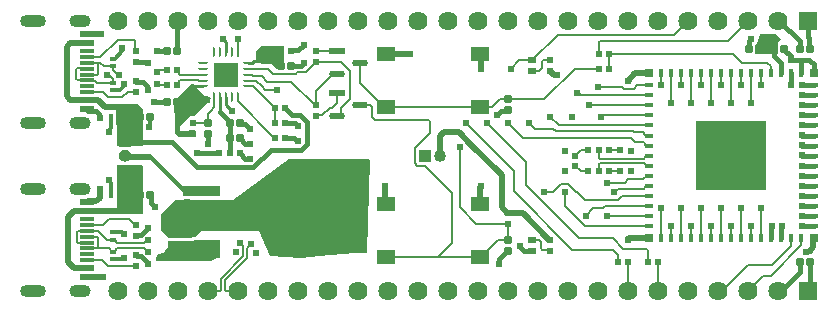
<source format=gtl>
G04*
G04 #@! TF.GenerationSoftware,Altium Limited,Altium Designer,24.5.2 (23)*
G04*
G04 Layer_Physical_Order=1*
G04 Layer_Color=255*
%FSLAX25Y25*%
%MOIN*%
G70*
G04*
G04 #@! TF.SameCoordinates,24FF50D2-DFE2-4597-A0F4-7CAA859AE4CF*
G04*
G04*
G04 #@! TF.FilePolarity,Positive*
G04*
G01*
G75*
%ADD11C,0.00600*%
G04:AMPARAMS|DCode=16|XSize=23.62mil|YSize=26.38mil|CornerRadius=2.95mil|HoleSize=0mil|Usage=FLASHONLY|Rotation=0.000|XOffset=0mil|YOffset=0mil|HoleType=Round|Shape=RoundedRectangle|*
%AMROUNDEDRECTD16*
21,1,0.02362,0.02047,0,0,0.0*
21,1,0.01772,0.02638,0,0,0.0*
1,1,0.00591,0.00886,-0.01024*
1,1,0.00591,-0.00886,-0.01024*
1,1,0.00591,-0.00886,0.01024*
1,1,0.00591,0.00886,0.01024*
%
%ADD16ROUNDEDRECTD16*%
%ADD17R,0.02362X0.02126*%
%ADD18R,0.02756X0.02362*%
%ADD19R,0.02126X0.02362*%
%ADD20R,0.04528X0.01181*%
%ADD21R,0.04528X0.02362*%
G04:AMPARAMS|DCode=22|XSize=23.62mil|YSize=26.38mil|CornerRadius=2.95mil|HoleSize=0mil|Usage=FLASHONLY|Rotation=270.000|XOffset=0mil|YOffset=0mil|HoleType=Round|Shape=RoundedRectangle|*
%AMROUNDEDRECTD22*
21,1,0.02362,0.02047,0,0,270.0*
21,1,0.01772,0.02638,0,0,270.0*
1,1,0.00591,-0.01024,-0.00886*
1,1,0.00591,-0.01024,0.00886*
1,1,0.00591,0.01024,0.00886*
1,1,0.00591,0.01024,-0.00886*
%
%ADD22ROUNDEDRECTD22*%
%ADD23R,0.05343X0.02253*%
G04:AMPARAMS|DCode=24|XSize=53.43mil|YSize=22.53mil|CornerRadius=11.26mil|HoleSize=0mil|Usage=FLASHONLY|Rotation=0.000|XOffset=0mil|YOffset=0mil|HoleType=Round|Shape=RoundedRectangle|*
%AMROUNDEDRECTD24*
21,1,0.05343,0.00000,0,0,0.0*
21,1,0.03091,0.02253,0,0,0.0*
1,1,0.02253,0.01545,0.00000*
1,1,0.02253,-0.01545,0.00000*
1,1,0.02253,-0.01545,0.00000*
1,1,0.02253,0.01545,0.00000*
%
%ADD24ROUNDEDRECTD24*%
%ADD25R,0.01378X0.02362*%
%ADD26R,0.02362X0.01378*%
G04:AMPARAMS|DCode=27|XSize=125.98mil|YSize=68.9mil|CornerRadius=2.07mil|HoleSize=0mil|Usage=FLASHONLY|Rotation=90.000|XOffset=0mil|YOffset=0mil|HoleType=Round|Shape=RoundedRectangle|*
%AMROUNDEDRECTD27*
21,1,0.12598,0.06476,0,0,90.0*
21,1,0.12185,0.06890,0,0,90.0*
1,1,0.00413,0.03238,0.06093*
1,1,0.00413,0.03238,-0.06093*
1,1,0.00413,-0.03238,-0.06093*
1,1,0.00413,-0.03238,0.06093*
%
%ADD27ROUNDEDRECTD27*%
G04:AMPARAMS|DCode=28|XSize=35.43mil|YSize=68.9mil|CornerRadius=1.95mil|HoleSize=0mil|Usage=FLASHONLY|Rotation=90.000|XOffset=0mil|YOffset=0mil|HoleType=Round|Shape=RoundedRectangle|*
%AMROUNDEDRECTD28*
21,1,0.03543,0.06500,0,0,90.0*
21,1,0.03154,0.06890,0,0,90.0*
1,1,0.00390,0.03250,0.01577*
1,1,0.00390,0.03250,-0.01577*
1,1,0.00390,-0.03250,-0.01577*
1,1,0.00390,-0.03250,0.01577*
%
%ADD28ROUNDEDRECTD28*%
G04:AMPARAMS|DCode=29|XSize=9.55mil|YSize=33.06mil|CornerRadius=4.77mil|HoleSize=0mil|Usage=FLASHONLY|Rotation=270.000|XOffset=0mil|YOffset=0mil|HoleType=Round|Shape=RoundedRectangle|*
%AMROUNDEDRECTD29*
21,1,0.00955,0.02351,0,0,270.0*
21,1,0.00000,0.03306,0,0,270.0*
1,1,0.00955,-0.01176,0.00000*
1,1,0.00955,-0.01176,0.00000*
1,1,0.00955,0.01176,0.00000*
1,1,0.00955,0.01176,0.00000*
%
%ADD29ROUNDEDRECTD29*%
G04:AMPARAMS|DCode=30|XSize=33.06mil|YSize=9.55mil|CornerRadius=4.77mil|HoleSize=0mil|Usage=FLASHONLY|Rotation=270.000|XOffset=0mil|YOffset=0mil|HoleType=Round|Shape=RoundedRectangle|*
%AMROUNDEDRECTD30*
21,1,0.03306,0.00000,0,0,270.0*
21,1,0.02351,0.00955,0,0,270.0*
1,1,0.00955,0.00000,-0.01176*
1,1,0.00955,0.00000,0.01176*
1,1,0.00955,0.00000,0.01176*
1,1,0.00955,0.00000,-0.01176*
%
%ADD30ROUNDEDRECTD30*%
%ADD31R,0.00955X0.03306*%
%ADD32R,0.06102X0.05118*%
%ADD33R,0.04724X0.04724*%
%ADD34R,0.03150X0.01575*%
%ADD35R,0.01575X0.03150*%
%ADD36R,0.03150X0.03150*%
%ADD46R,0.08071X0.08071*%
G04:AMPARAMS|DCode=51|XSize=39.37mil|YSize=70.87mil|CornerRadius=19.68mil|HoleSize=0mil|Usage=FLASHONLY|Rotation=270.000|XOffset=0mil|YOffset=0mil|HoleType=Round|Shape=RoundedRectangle|*
%AMROUNDEDRECTD51*
21,1,0.03937,0.03150,0,0,270.0*
21,1,0.00000,0.07087,0,0,270.0*
1,1,0.03937,-0.01575,0.00000*
1,1,0.03937,-0.01575,0.00000*
1,1,0.03937,0.01575,0.00000*
1,1,0.03937,0.01575,0.00000*
%
%ADD51ROUNDEDRECTD51*%
G04:AMPARAMS|DCode=52|XSize=39.37mil|YSize=86.61mil|CornerRadius=19.68mil|HoleSize=0mil|Usage=FLASHONLY|Rotation=270.000|XOffset=0mil|YOffset=0mil|HoleType=Round|Shape=RoundedRectangle|*
%AMROUNDEDRECTD52*
21,1,0.03937,0.04724,0,0,270.0*
21,1,0.00000,0.08661,0,0,270.0*
1,1,0.03937,-0.02362,0.00000*
1,1,0.03937,-0.02362,0.00000*
1,1,0.03937,0.02362,0.00000*
1,1,0.03937,0.02362,0.00000*
%
%ADD52ROUNDEDRECTD52*%
%ADD58R,0.01575X0.01575*%
%ADD59C,0.02000*%
%ADD60C,0.01500*%
%ADD61C,0.01001*%
%ADD62C,0.01200*%
%ADD63C,0.00603*%
%ADD64R,0.06400X0.06400*%
%ADD65C,0.06400*%
%ADD66C,0.04000*%
%ADD67R,0.04000X0.04000*%
%ADD68R,0.04000X0.04000*%
%ADD69C,0.02400*%
G36*
X256000Y89000D02*
X255000Y88000D01*
Y84000D01*
X247500D01*
X247500Y86800D01*
X247989Y87289D01*
X249207Y90500D01*
X254500D01*
X256000Y89000D01*
D02*
G37*
G36*
X83500Y86500D02*
X90400D01*
Y78800D01*
X88200D01*
X86100Y80900D01*
X81000D01*
Y85000D01*
X83000Y87000D01*
X83500Y86500D01*
D02*
G37*
G36*
X60500Y73400D02*
X63900Y70000D01*
X65076Y70000D01*
X65500Y69576D01*
Y69500D01*
X65965Y69035D01*
Y68965D01*
X65900Y68900D01*
Y67680D01*
X64867Y67473D01*
X60600Y63300D01*
X58800Y63300D01*
X58264Y62764D01*
X57819D01*
Y62319D01*
X55205Y59705D01*
X54576Y59924D01*
X53551Y68852D01*
X53951Y69300D01*
X54900D01*
X59400Y73800D01*
X60500Y73800D01*
X60500Y73400D01*
D02*
G37*
G36*
X56000Y58200D02*
X58500D01*
X58700Y58400D01*
X60776D01*
X61119Y57908D01*
X60600Y56500D01*
X55323Y56677D01*
X54900Y57100D01*
X54725Y58627D01*
X55297Y58903D01*
X56000Y58200D01*
D02*
G37*
G36*
X43300Y65700D02*
Y59938D01*
Y53300D01*
X35000D01*
X34850Y53650D01*
X34511Y66770D01*
X34930Y67200D01*
X41800D01*
X43300Y65700D01*
D02*
G37*
G36*
X251200Y38500D02*
X227800D01*
Y61700D01*
X251200D01*
Y38500D01*
D02*
G37*
G36*
X39500Y51000D02*
Y50500D01*
X46000D01*
X56700Y39800D01*
X69000D01*
Y36500D01*
X57000D01*
X56700Y36800D01*
Y37800D01*
X46000Y48500D01*
X39000D01*
X38350Y48150D01*
X36500D01*
X35500Y49000D01*
Y51000D01*
X36500Y52000D01*
X38500D01*
X39500Y51000D01*
D02*
G37*
G36*
X43400Y46600D02*
Y30900D01*
X43000Y30500D01*
X34600D01*
Y47000D01*
X43000D01*
X43400Y46600D01*
D02*
G37*
G36*
X118986Y48569D02*
X118000Y17500D01*
X114000D01*
X102000Y16500D01*
X96040Y15765D01*
X85814Y16500D01*
X82101Y25000D01*
X63000D01*
X60820Y22820D01*
X60300D01*
X59910Y22742D01*
X59579Y22521D01*
X59578Y22520D01*
X51980D01*
X49500Y25000D01*
Y30500D01*
X54100Y35100D01*
X73464D01*
X92099Y49000D01*
X118569D01*
X118986Y48569D01*
D02*
G37*
G36*
X69093Y16000D02*
X68000D01*
X66200Y15000D01*
X48250Y14805D01*
X47845Y15248D01*
X48000Y16800D01*
X50600Y18000D01*
X51000Y19000D01*
X51700Y19700D01*
Y21500D01*
X60000D01*
X60300Y21800D01*
X69093D01*
Y16000D01*
D02*
G37*
D11*
X92882Y74700D02*
X100882Y66701D01*
X84832Y74700D02*
X92882D01*
X83000Y76532D02*
X84832Y74700D01*
X253000Y13500D02*
X259520Y20020D01*
X245000Y13500D02*
X253000D01*
X259520Y20020D02*
Y22378D01*
X259583Y22441D01*
X238073Y6573D02*
X245000Y13500D01*
X236461Y5000D02*
X238035Y6573D01*
X235000Y5000D02*
X236461D01*
X238035Y6573D02*
X238073D01*
X250000Y10000D02*
X252682D01*
X262784Y20102D01*
Y22296D01*
X262929Y22441D01*
X245000Y5000D02*
X250000Y10000D01*
X200879Y38000D02*
X201780Y38901D01*
X210284D01*
X200500Y38000D02*
X200879D01*
X210284Y38901D02*
X210870Y39487D01*
Y39673D02*
X211157Y39961D01*
X210870Y39487D02*
Y39673D01*
X198000Y41000D02*
X204000D01*
X205248Y42248D02*
X210098D01*
X204000Y41000D02*
X205248Y42248D01*
X210098D02*
X210870Y43020D01*
X211658D02*
X211945Y43307D01*
X210870Y43020D02*
X211658D01*
X211157Y39961D02*
X211945D01*
X158000Y61000D02*
X171000Y48000D01*
Y40182D02*
Y48000D01*
X203500Y19000D02*
X211213D01*
X200000Y22500D02*
X203500Y19000D01*
X188682Y22500D02*
X200000D01*
X171000Y40182D02*
X188682Y22500D01*
X186566Y18500D02*
X200000D01*
X167000Y38066D02*
X186566Y18500D01*
X211213Y19000D02*
X211799Y18414D01*
Y14500D02*
Y18414D01*
X167000Y38066D02*
Y45000D01*
X151000Y61000D02*
X167000Y45000D01*
X200000Y18500D02*
X201799Y16701D01*
X134879Y46500D02*
X137500D01*
X146500Y21000D02*
Y37500D01*
X134000Y47379D02*
Y52621D01*
X137500Y46500D02*
X146500Y37500D01*
X134000Y47379D02*
X134879Y46500D01*
X141642Y16142D02*
X146500Y21000D01*
X141642Y16142D02*
X155650D01*
X124350D02*
X141642D01*
X134000Y52621D02*
X139000Y57621D01*
Y61414D01*
X138414Y62000D02*
X139000Y61414D01*
X120761Y62000D02*
X138414D01*
X119799Y62961D02*
X120761Y62000D01*
X115982Y66760D02*
X119213D01*
X115742Y67000D02*
X115982Y66760D01*
X119213D02*
X119799Y66175D01*
Y62961D02*
Y66175D01*
X82900Y76632D02*
X83000Y76532D01*
X80039Y76632D02*
X82900D01*
X79671Y77000D02*
X80039Y76632D01*
X78541Y77000D02*
X79671D01*
X83000Y78969D02*
X85031D01*
X78541D02*
X83000D01*
X85031D02*
X86819Y77181D01*
X94350D01*
X176586Y18582D02*
X178717D01*
X176000Y19168D02*
Y21284D01*
Y19168D02*
X176586Y18582D01*
X178717D02*
X179000Y18299D01*
X173197Y21870D02*
X175414D01*
X176000Y21284D01*
X251500Y81000D02*
X252674Y79826D01*
X240000Y84000D02*
X243000Y81000D01*
X251500D01*
X252674Y77775D02*
X252890Y77559D01*
X252674Y77775D02*
Y79826D01*
X74960Y88960D02*
X75000Y89000D01*
X74937Y84541D02*
X74960Y84564D01*
Y88960D01*
X83000Y84500D02*
X83268Y84768D01*
X85647D01*
X85879Y85000D01*
X89299D01*
X38269Y71299D02*
X41000D01*
X36501Y69532D02*
X38269Y71299D01*
X31698Y69532D02*
X36501D01*
X30127Y71102D02*
X31698Y69532D01*
X24764Y71102D02*
X30127D01*
X40882Y84819D02*
Y88114D01*
X34966Y88700D02*
X40296D01*
X40882Y84819D02*
X41000Y84701D01*
X40296Y88700D02*
X40882Y88114D01*
X29180Y82913D02*
X34966Y88700D01*
X24764Y82913D02*
X29180D01*
X181132Y58039D02*
X206789D01*
X207076Y57752D02*
X210098D01*
X210870Y56980D01*
X174000Y59000D02*
X180172D01*
X210870Y56980D02*
X211658D01*
X211945Y56693D01*
X172000Y61000D02*
X174000Y59000D01*
X206789Y58039D02*
X207076Y57752D01*
X180172Y59000D02*
X181132Y58039D01*
X211157Y53347D02*
X211945D01*
X210870Y53634D02*
Y53820D01*
X210284Y54405D02*
X210870Y53820D01*
X207594Y54405D02*
X210284D01*
X206000Y56000D02*
X207594Y54405D01*
X170000Y56000D02*
X206000D01*
X210870Y53634D02*
X211157Y53347D01*
X36032Y13299D02*
X41000D01*
X35985Y13252D02*
X36032Y13299D01*
X31698Y13252D02*
X35985D01*
X24764Y15118D02*
X29831D01*
X31698Y13252D01*
X38626Y28957D02*
X40882Y26701D01*
X32000Y28957D02*
X38626D01*
X31000Y27957D02*
X32000Y28957D01*
X29972Y26929D02*
X31000Y27957D01*
X40882Y26701D02*
X41000D01*
X24764Y26929D02*
X29972D01*
X149000Y32776D02*
X154477Y27299D01*
X149000Y32776D02*
Y53000D01*
X154477Y27299D02*
X165000D01*
Y21721D02*
Y27299D01*
X156142Y16142D02*
X161721Y21721D01*
X165000D01*
X155650Y16142D02*
X156142D01*
X187319Y79000D02*
X195299D01*
X165000Y68721D02*
X177040D01*
X187319Y79000D01*
X162291Y68721D02*
X165000D01*
X159713Y66142D02*
X162291Y68721D01*
X124350Y66142D02*
X159713D01*
X115742Y74258D02*
X123858Y66142D01*
X115742Y74258D02*
Y81000D01*
X123858Y66142D02*
X124350D01*
X108258Y67650D02*
Y70740D01*
X101197Y63496D02*
X103234D01*
X105624Y65887D02*
X106494D01*
X103234Y63496D02*
X105624Y65887D01*
X106494D02*
X108258Y67650D01*
X101000Y63299D02*
X101197Y63496D01*
X101000Y71547D02*
X106712Y77260D01*
X108258D01*
X101000Y66701D02*
Y71547D01*
X100882Y66701D02*
X101000D01*
X94350Y77181D02*
X94919Y77750D01*
X97686D01*
X83000Y73128D02*
X84128Y72000D01*
X81096Y75032D02*
X83000Y73128D01*
X84128Y72000D02*
X88000D01*
X78541Y75032D02*
X81096D01*
X108258Y63260D02*
X108744D01*
X109323Y63838D01*
Y65886D01*
X112429Y68993D02*
Y78348D01*
X109323Y65886D02*
X112429Y68993D01*
X109478Y81299D02*
X112429Y78348D01*
X101000Y81299D02*
X109478D01*
X97686Y77750D02*
X100319Y80382D01*
Y80736D02*
X100882Y81299D01*
X100319Y80382D02*
Y80736D01*
X100882Y81299D02*
X101000D01*
Y84701D02*
X101020Y84720D01*
X108238D01*
X108258Y84740D01*
X198701Y84000D02*
X240000D01*
X198701Y79000D02*
Y84000D01*
X195299Y87714D02*
X195885Y88300D01*
X238300D01*
X245000Y95000D01*
X195299Y84000D02*
Y87714D01*
X165000Y61000D02*
X170000Y56000D01*
X66000Y65000D02*
X67063Y66063D01*
X65000Y64000D02*
X66000Y65000D01*
X65000Y60720D02*
Y64000D01*
X67063Y66063D02*
Y69459D01*
X60010Y60711D02*
X64990D01*
X65000Y60720D01*
X60000Y60701D02*
X60010Y60711D01*
X74937Y68328D02*
Y69459D01*
X86584Y56681D02*
X86736D01*
X74937Y68328D02*
X86584Y56681D01*
X86736D02*
X87299Y56118D01*
Y56000D02*
Y56118D01*
X80236Y73063D02*
X83000Y70299D01*
X86618Y66681D01*
X86736D01*
X87299Y66000D02*
Y66118D01*
X78541Y73063D02*
X80236D01*
X86736Y66681D02*
X87299Y66118D01*
Y61000D02*
Y66118D01*
X215100Y5100D02*
Y14400D01*
X215000Y5000D02*
X215100Y5100D01*
Y14400D02*
X215201Y14500D01*
X205000Y5000D02*
X205100Y5100D01*
Y14400D02*
X205201Y14500D01*
X205100Y5100D02*
Y14400D01*
X201799Y14500D02*
Y16701D01*
X189300Y70079D02*
X211945D01*
X188379Y71000D02*
X189300Y70079D01*
X188000Y71000D02*
X188379D01*
X181961Y60039D02*
X211945D01*
X179000Y63000D02*
X181961Y60039D01*
X196000Y63000D02*
X196386Y63386D01*
X211945D01*
X192000Y67000D02*
X192268Y66732D01*
X211945D01*
X207122Y72300D02*
X208248Y73425D01*
X203882Y72300D02*
X207122D01*
X203182Y73000D02*
X203882Y72300D01*
X195000Y73000D02*
X203182D01*
X208248Y73425D02*
X211945D01*
X181627Y90300D02*
X220300D01*
X225000Y95000D01*
X173197Y81870D02*
X181627Y90300D01*
X173000Y81870D02*
X173197D01*
X176905Y81701D02*
X179000D01*
X176319Y81115D02*
X176905Y81701D01*
X176319Y79158D02*
Y81115D01*
X173001Y78131D02*
X175292D01*
X176319Y79158D01*
X173000Y78130D02*
X173001Y78131D01*
X168870Y81870D02*
X173000D01*
X166000Y79000D02*
X168870Y81870D01*
X177000Y38000D02*
X180182D01*
X185118Y40700D02*
X187818Y38000D01*
X182882Y40700D02*
X185118D01*
X187818Y38000D02*
X188000D01*
X180182D02*
X182882Y40700D01*
X190700Y35300D02*
X201618D01*
X202933Y36614D02*
X211945D01*
X201618Y35300D02*
X202933Y36614D01*
X188000Y38000D02*
X190700Y35300D01*
X197449Y33268D02*
X211945D01*
X196682Y32500D02*
X197449Y33268D01*
X193500Y32500D02*
X196682D01*
X191000Y30000D02*
X193500Y32500D01*
X190607Y26575D02*
X211945D01*
X184000Y33182D02*
X190607Y26575D01*
X184000Y33182D02*
Y38000D01*
X198079Y29921D02*
X211945D01*
X198000Y30000D02*
X198079Y29921D01*
X246197Y67504D02*
Y77559D01*
X216079Y73543D02*
Y77559D01*
Y22441D02*
Y32496D01*
X246197Y22441D02*
Y26457D01*
X249543Y22441D02*
Y32496D01*
X239504Y22441D02*
Y26457D01*
X242850Y22441D02*
Y32496D01*
X232811Y22441D02*
Y26457D01*
X236157Y22441D02*
Y32496D01*
X226118Y22441D02*
Y26457D01*
X229465Y22441D02*
Y32496D01*
X219425Y22441D02*
Y26457D01*
X222772Y22441D02*
Y32496D01*
Y73543D02*
Y77559D01*
X219425Y67504D02*
Y77559D01*
X229465Y73543D02*
Y77559D01*
X226118Y67504D02*
Y77559D01*
X236157Y73543D02*
Y77559D01*
X232811Y67504D02*
Y77559D01*
X239504Y67504D02*
Y77559D01*
X239500Y67500D02*
X239504Y67504D01*
X242850Y73543D02*
Y77559D01*
X249543Y73543D02*
Y77559D01*
X249500Y73500D02*
X249543Y73543D01*
D16*
X42279Y37000D02*
D03*
X45720D02*
D03*
X265721Y85500D02*
D03*
X262280D02*
D03*
X42279Y63000D02*
D03*
X45720D02*
D03*
X72280Y56000D02*
D03*
X75721D02*
D03*
X72280Y61000D02*
D03*
X75721D02*
D03*
X262280Y14500D02*
D03*
X265721D02*
D03*
X92721Y80000D02*
D03*
X89280D02*
D03*
X51279Y68000D02*
D03*
X54720D02*
D03*
Y85000D02*
D03*
X51279D02*
D03*
X248721Y85500D02*
D03*
X245280D02*
D03*
X253780D02*
D03*
X257221D02*
D03*
D17*
X179000Y21701D02*
D03*
Y18299D02*
D03*
X101000Y84701D02*
D03*
Y81299D02*
D03*
Y63299D02*
D03*
Y66701D02*
D03*
X41000Y13299D02*
D03*
Y16701D02*
D03*
Y26701D02*
D03*
Y23299D02*
D03*
X179000Y81701D02*
D03*
Y78299D02*
D03*
X60000Y57299D02*
D03*
Y60701D02*
D03*
X41000Y81299D02*
D03*
Y84701D02*
D03*
Y74701D02*
D03*
Y71299D02*
D03*
X165000Y27299D02*
D03*
Y30701D02*
D03*
D18*
X173000Y21870D02*
D03*
Y18130D02*
D03*
Y78130D02*
D03*
Y81870D02*
D03*
D19*
X211799Y14500D02*
D03*
X215201D02*
D03*
X201799D02*
D03*
X205201D02*
D03*
X68898Y51000D02*
D03*
X72299D02*
D03*
X75701D02*
D03*
X72299D02*
D03*
X92701Y85000D02*
D03*
X89299D02*
D03*
X51299Y73500D02*
D03*
X54701D02*
D03*
X51299Y78500D02*
D03*
X54701D02*
D03*
X87299Y56000D02*
D03*
X90701D02*
D03*
Y66000D02*
D03*
X87299D02*
D03*
X90701Y61000D02*
D03*
X87299D02*
D03*
X195299Y84000D02*
D03*
X198701D02*
D03*
X195299Y79000D02*
D03*
X198701D02*
D03*
X191898Y51800D02*
D03*
X195299D02*
D03*
X191898Y44800D02*
D03*
X195299D02*
D03*
X198701Y51800D02*
D03*
X195299D02*
D03*
X198701Y44800D02*
D03*
X195299D02*
D03*
D20*
X24764Y84882D02*
D03*
Y82913D02*
D03*
Y80945D02*
D03*
Y78976D02*
D03*
Y77008D02*
D03*
Y75039D02*
D03*
Y73071D02*
D03*
Y71102D02*
D03*
Y15118D02*
D03*
Y17087D02*
D03*
Y19055D02*
D03*
Y21024D02*
D03*
Y22992D02*
D03*
Y24961D02*
D03*
Y26929D02*
D03*
Y28898D02*
D03*
D21*
Y68543D02*
D03*
Y87441D02*
D03*
Y90591D02*
D03*
Y65394D02*
D03*
Y9409D02*
D03*
Y34606D02*
D03*
Y31457D02*
D03*
Y12559D02*
D03*
D22*
X65000Y60720D02*
D03*
Y57279D02*
D03*
X58000Y34280D02*
D03*
Y37721D02*
D03*
Y20279D02*
D03*
Y23720D02*
D03*
X53000D02*
D03*
Y20279D02*
D03*
X165000Y18280D02*
D03*
Y21721D02*
D03*
Y68721D02*
D03*
Y65280D02*
D03*
D23*
X108258Y84740D02*
D03*
Y70740D02*
D03*
D24*
Y77260D02*
D03*
X115742Y81000D02*
D03*
X108258Y63260D02*
D03*
X115742Y67000D02*
D03*
D25*
X35280Y37000D02*
D03*
X32721D02*
D03*
Y63000D02*
D03*
X35280D02*
D03*
D26*
X33500Y18000D02*
D03*
Y15441D02*
D03*
Y22000D02*
D03*
Y24559D02*
D03*
Y71720D02*
D03*
Y74279D02*
D03*
Y82279D02*
D03*
Y79720D02*
D03*
D27*
X90303Y29000D02*
D03*
D28*
X65697Y19945D02*
D03*
Y29000D02*
D03*
Y38055D02*
D03*
D29*
X78541Y80937D02*
D03*
Y78969D02*
D03*
Y77000D02*
D03*
Y75032D02*
D03*
Y73063D02*
D03*
X63459D02*
D03*
Y75032D02*
D03*
Y77000D02*
D03*
Y78969D02*
D03*
Y80937D02*
D03*
D30*
X74937Y69459D02*
D03*
X72969D02*
D03*
X71000D02*
D03*
X69032D02*
D03*
X67063D02*
D03*
Y84541D02*
D03*
X69032D02*
D03*
X71000D02*
D03*
X72969D02*
D03*
D31*
X74937D02*
D03*
D32*
X155650Y16142D02*
D03*
X124350D02*
D03*
X155650Y33858D02*
D03*
X124350D02*
D03*
X155650Y66142D02*
D03*
X124350D02*
D03*
X155650Y83858D02*
D03*
X124350D02*
D03*
D33*
X239504Y56496D02*
D03*
X233008D02*
D03*
Y50000D02*
D03*
Y43504D02*
D03*
X239504D02*
D03*
X246000D02*
D03*
X239504Y50000D02*
D03*
X246000D02*
D03*
D34*
X267063Y73425D02*
D03*
Y70079D02*
D03*
Y66732D02*
D03*
Y63386D02*
D03*
Y60039D02*
D03*
Y56693D02*
D03*
Y53347D02*
D03*
Y50000D02*
D03*
Y46654D02*
D03*
Y43307D02*
D03*
Y39961D02*
D03*
Y36614D02*
D03*
Y33268D02*
D03*
Y29921D02*
D03*
Y26575D02*
D03*
X211945D02*
D03*
Y29921D02*
D03*
Y33268D02*
D03*
Y36614D02*
D03*
Y39961D02*
D03*
Y43307D02*
D03*
Y46654D02*
D03*
Y50000D02*
D03*
Y53347D02*
D03*
Y56693D02*
D03*
Y60039D02*
D03*
Y63386D02*
D03*
Y66732D02*
D03*
Y70079D02*
D03*
Y73425D02*
D03*
D35*
X262929Y22441D02*
D03*
X259583D02*
D03*
X256236D02*
D03*
X252890D02*
D03*
X249543D02*
D03*
X246197D02*
D03*
X242850D02*
D03*
X239504D02*
D03*
X236157D02*
D03*
X232811D02*
D03*
X229465D02*
D03*
X226118D02*
D03*
X222772D02*
D03*
X219425D02*
D03*
X216079D02*
D03*
Y77559D02*
D03*
X219425D02*
D03*
X222772D02*
D03*
X226118D02*
D03*
X229465D02*
D03*
X232811D02*
D03*
X236157D02*
D03*
X239504D02*
D03*
X242850D02*
D03*
X246197D02*
D03*
X249543D02*
D03*
X252890D02*
D03*
X256236D02*
D03*
X259583D02*
D03*
X262929D02*
D03*
D36*
X211945Y22441D02*
D03*
X267063D02*
D03*
X211945Y77559D02*
D03*
X267063D02*
D03*
D46*
X71000Y77000D02*
D03*
D51*
X22500Y60984D02*
D03*
Y95000D02*
D03*
Y39016D02*
D03*
Y5000D02*
D03*
D52*
X6752Y60984D02*
D03*
Y95000D02*
D03*
Y39016D02*
D03*
Y5000D02*
D03*
D58*
X246000Y56496D02*
D03*
D59*
X143672Y57800D02*
X148725D01*
X149437Y57089D02*
X149437D01*
X152200Y54325D01*
X148725Y57800D02*
X149437Y57089D01*
X163000Y32701D02*
Y43500D01*
X152200Y54300D02*
X163000Y43500D01*
X152200Y54300D02*
Y54325D01*
X53000Y16000D02*
X57000D01*
X49000D02*
X53000D01*
X236200Y46800D02*
X236304D01*
X239504Y50000D01*
X163000Y32701D02*
X164819Y30882D01*
Y30764D02*
Y30882D01*
X164882Y30701D02*
X170119D01*
X164819Y30764D02*
X164882Y30701D01*
X142500Y50000D02*
Y56628D01*
X143672Y57800D01*
X178500Y22083D02*
Y22320D01*
X170119Y30701D02*
X178500Y22320D01*
Y22083D02*
X178882Y21701D01*
X179000D01*
X30823Y66181D02*
X36797D01*
X19172Y68543D02*
X28460D01*
X30823Y66181D01*
X36797D02*
X38780Y64198D01*
Y63000D02*
Y64198D01*
X37500Y55000D02*
Y61721D01*
X38780Y63000D01*
X19172Y87441D02*
X24764D01*
X18000Y69715D02*
Y86269D01*
X19172Y87441D01*
X18000Y69715D02*
X19172Y68543D01*
X24764Y90591D02*
X29409D01*
X29500Y90500D01*
X229000Y50004D02*
X233004D01*
X31000Y31457D02*
X37608D01*
X24764D02*
X31000D01*
X38780Y32628D02*
Y37000D01*
X37608Y31457D02*
X38780Y32628D01*
X18500Y29500D02*
X20457Y31457D01*
X24764D01*
X18500Y14500D02*
Y29500D01*
Y14500D02*
X20441Y12559D01*
X24764D01*
X29000Y35959D02*
Y39000D01*
X24945Y34787D02*
X27828D01*
X24764Y34606D02*
X24945Y34787D01*
X27828D02*
X29000Y35959D01*
X24764Y9409D02*
X29909D01*
X30000Y9500D01*
X53000Y23720D02*
Y27000D01*
X55000Y29000D01*
X51000D02*
X55000D01*
X59000D01*
X58000Y23720D02*
Y27892D01*
X59000Y29000D02*
X65697D01*
X58000Y30108D02*
Y34280D01*
X90303Y30055D02*
X92748Y32500D01*
X90303Y29000D02*
Y30055D01*
X92748Y32500D02*
X97500D01*
X124000Y34209D02*
Y40000D01*
Y34209D02*
X124350Y33858D01*
Y83858D02*
X132358D01*
X156000Y79000D02*
Y83508D01*
X155650Y83858D02*
X156000Y83508D01*
X155650Y33858D02*
Y39650D01*
X156000Y40000D01*
X169077Y19598D02*
Y19924D01*
X172827Y18303D02*
X173000Y18130D01*
X169000Y20000D02*
X169077Y19924D01*
X205441Y22441D02*
X211945D01*
X205000Y22000D02*
X205441Y22441D01*
X265672Y18172D02*
X266925Y19425D01*
Y22303D01*
X246004Y56492D02*
X250008D01*
X246004Y49996D02*
X250008D01*
X246004Y43500D02*
X250008D01*
X239508Y56500D02*
Y60504D01*
X239500Y39496D02*
Y43500D01*
X229000Y43508D02*
X233004D01*
X229000Y56500D02*
X233004D01*
X233008Y56496D01*
X180417Y77000D02*
X181500D01*
X179000Y78299D02*
X179118D01*
X180417Y77000D01*
X211756Y77370D02*
X211945Y77559D01*
X207370Y77370D02*
X211756D01*
X205000Y75000D02*
X207370Y77370D01*
D60*
X97950Y56222D02*
Y59250D01*
Y56222D02*
X97950Y56222D01*
X80222Y46050D02*
X86072Y51900D01*
X96072D01*
X97950Y53778D01*
Y56222D01*
X97950Y59250D02*
X97950Y59250D01*
Y61222D01*
X61450Y46050D02*
X80222D01*
X53014Y54486D02*
X61450Y46050D01*
X263004Y66776D02*
X263026Y66754D01*
X267041D02*
X267063Y66732D01*
X263026Y66754D02*
X267041D01*
X46152Y34348D02*
X47500Y33000D01*
X45720Y37000D02*
X46152Y36569D01*
Y34348D02*
Y36569D01*
X248721Y85638D02*
X249152Y86069D01*
X250000Y88757D02*
X250173Y88583D01*
X248721Y85500D02*
Y85638D01*
X250000Y88757D02*
Y89000D01*
X249152Y86069D02*
X249295D01*
X250173Y86948D01*
Y88583D01*
X253865Y83076D02*
Y85415D01*
X253780Y85500D02*
X253865Y85415D01*
Y83076D02*
X256236Y80704D01*
Y77559D02*
Y80704D01*
X263047Y63386D02*
X267063D01*
X54720Y60140D02*
X58814Y64234D01*
X60234D02*
X64500Y68500D01*
X58814Y64234D02*
X60234D01*
X54720Y60140D02*
Y68000D01*
Y57857D02*
Y60140D01*
Y57857D02*
X55279Y57299D01*
X60000D01*
X61500Y51000D02*
X68898D01*
X38014Y54486D02*
X53014D01*
X37500Y55000D02*
X38014Y54486D01*
X95672Y63500D02*
X97950Y61222D01*
X90701Y65882D02*
X93083Y63500D01*
X95672D01*
X90701Y65882D02*
Y66000D01*
X25195Y64963D02*
X27826D01*
X28828Y62672D02*
Y63961D01*
Y62672D02*
X29000Y62500D01*
X27826Y64963D02*
X28828Y63961D01*
X24764Y65394D02*
X25195Y64963D01*
X41113Y74588D02*
X43313D01*
X44828Y72190D02*
Y73074D01*
X41000Y74701D02*
X41113Y74588D01*
X43313D02*
X44828Y73074D01*
Y72190D02*
X45000Y72018D01*
X44457Y81299D02*
X44756Y81000D01*
X41000Y81299D02*
X44457D01*
X44756Y81000D02*
X45000D01*
X41313Y16388D02*
X42723D01*
X45000Y14000D02*
Y14111D01*
X41000Y16701D02*
X41313Y16388D01*
X42723D02*
X45000Y14111D01*
X41313Y23612D02*
X42723D01*
X45000Y25889D01*
Y26000D01*
X41000Y23299D02*
X41313Y23612D01*
X53000Y16000D02*
Y20279D01*
X58000D01*
X58167Y20112D01*
X65530D02*
X65697Y19945D01*
X58167Y20112D02*
X65530D01*
X86427Y81586D02*
X86804Y81210D01*
X83000Y81586D02*
X86427D01*
X86804Y81210D02*
X88208D01*
X89280Y80138D01*
X89299Y80569D02*
Y85000D01*
X54720D02*
Y94721D01*
X55000Y95000D01*
X48000Y85000D02*
X51279D01*
X47000Y68000D02*
X51279D01*
X54720Y68138D02*
X59583Y73000D01*
X60500D01*
X72280Y56000D02*
X72289Y55990D01*
Y51010D02*
Y55990D01*
Y51010D02*
X72299Y51000D01*
X72280Y56000D02*
Y61000D01*
Y61138D01*
X69000Y64417D02*
X72280Y61138D01*
X69000Y64417D02*
Y64500D01*
X65000Y54000D02*
Y57279D01*
X75701Y50882D02*
X77583Y49000D01*
X79000D01*
X75701Y50882D02*
Y51000D01*
X77583Y54000D02*
X79000D01*
X75721Y55862D02*
Y56000D01*
Y55862D02*
X77583Y54000D01*
X76152Y60431D02*
X77569D01*
X79000Y59000D01*
X75721Y60862D02*
X76152Y60431D01*
X75721Y60862D02*
Y61000D01*
X90701Y56000D02*
X93757D01*
X94757Y55000D01*
X95000D01*
X94000Y61000D02*
X95000Y60000D01*
X90701Y61000D02*
X94000D01*
X95063Y85063D02*
X97000Y87000D01*
X92701Y85000D02*
X92764Y85063D01*
X95063D01*
X92721Y80000D02*
X96000D01*
X97000Y81000D01*
X161500Y63613D02*
X162829Y64942D01*
X164662D01*
X161500Y63500D02*
Y63613D01*
X164662Y64942D02*
X165000Y65280D01*
X164862Y18280D02*
X165000D01*
X162000Y15417D02*
X164862Y18280D01*
X162000Y14000D02*
Y15417D01*
X170372Y18303D02*
X172827D01*
X169077Y19598D02*
X170372Y18303D01*
X256125Y5000D02*
X262280Y11154D01*
Y14500D01*
X255000Y5000D02*
X256125D01*
X265721Y5720D02*
Y14500D01*
X265000Y5000D02*
X265721Y5720D01*
X264500Y18000D02*
X264672Y18172D01*
X265672D01*
X266925Y22303D02*
X267063Y22441D01*
X253780Y85500D02*
Y88779D01*
X254000Y89000D01*
X245280Y88279D02*
X246000Y89000D01*
X245280Y85500D02*
Y88279D01*
X255000Y95000D02*
X255500D01*
X262280Y88221D01*
Y85500D02*
Y88221D01*
X265000Y89454D02*
X265385Y89069D01*
Y85835D02*
X265721Y85500D01*
X265000Y89454D02*
Y95000D01*
X265385Y85835D02*
Y89069D01*
X262500Y82000D02*
X265500D01*
X259500D02*
X262500D01*
X262929Y81571D01*
Y77559D02*
Y81571D01*
X265500Y82000D02*
X266995Y80505D01*
Y77627D02*
Y80505D01*
Y77627D02*
X267063Y77559D01*
X259500Y82000D02*
Y83083D01*
X257221Y85362D02*
Y85500D01*
Y85362D02*
X259500Y83083D01*
X259583Y73543D02*
Y77559D01*
X263047Y73425D02*
X267063D01*
X263047Y70079D02*
X267063D01*
X263047Y60039D02*
X267063D01*
X263047Y56693D02*
X267063D01*
X263047Y53347D02*
X267063D01*
X263047Y50000D02*
X267063D01*
X263047Y46654D02*
X267063D01*
X263047Y43307D02*
X267063D01*
X263047Y39961D02*
X267063D01*
X263047Y36614D02*
X267063D01*
X263047Y33268D02*
X267063D01*
X263047Y29921D02*
X267063D01*
X263047Y26575D02*
X267063D01*
X256236Y22441D02*
Y26457D01*
X252890Y22441D02*
Y26457D01*
D61*
X79717Y80983D02*
Y81000D01*
X80303Y81586D02*
X83000D01*
X79671Y80937D02*
X79717Y80983D01*
Y81000D02*
X80303Y81586D01*
X78541Y80937D02*
X79671D01*
X71000Y84541D02*
Y88000D01*
X70000Y89000D02*
X71000Y88000D01*
X60563Y73063D02*
X63459D01*
X60500Y73000D02*
X60563Y73063D01*
X69000Y64500D02*
X69032Y64531D01*
Y69459D01*
X71023Y66977D02*
Y69436D01*
X71000Y69459D02*
X71023Y69436D01*
Y66977D02*
X73000Y65000D01*
D62*
X45610Y62890D02*
X45720Y63000D01*
X45610Y59610D02*
Y62890D01*
X45500Y59500D02*
X45610Y59610D01*
X58000Y37721D02*
X58167Y37888D01*
X65530D01*
X65697Y38055D01*
X45583Y50000D02*
X57862Y37721D01*
X58000D01*
X37500Y50000D02*
X45583D01*
X38780Y63000D02*
X42279D01*
X35280D02*
X38780D01*
X32721Y59045D02*
Y63000D01*
X32000Y58325D02*
X32721Y59045D01*
X32000Y58000D02*
Y58325D01*
X33992Y82279D02*
X36500Y84787D01*
X33500Y82279D02*
X33992D01*
X36500Y84787D02*
Y86000D01*
X35721Y71720D02*
X36770Y72770D01*
X33500Y71720D02*
X35721D01*
X36770Y72770D02*
Y73770D01*
X37000Y74000D01*
X35280Y37000D02*
X38780D01*
X42279D01*
Y40220D01*
X37500Y45000D02*
X42279Y40220D01*
X32721Y37000D02*
Y40955D01*
X32000Y41675D02*
X32721Y40955D01*
X32000Y41675D02*
Y42000D01*
X33540Y24519D02*
X36481D01*
X33500Y24559D02*
X33540Y24519D01*
X36481D02*
X37000Y24000D01*
X33500Y15441D02*
X36441D01*
X37000Y16000D01*
D63*
X24764Y75039D02*
X26437D01*
X21614D02*
X24764D01*
X28249Y74279D02*
X33500D01*
X27579Y74949D02*
X28249Y74279D01*
X26527Y74949D02*
X27579D01*
X26437Y75039D02*
X26527Y74949D01*
X28100Y80945D02*
X29255D01*
X24764D02*
X28100D01*
X28400Y77361D02*
Y80645D01*
X28100Y80945D02*
X28400Y80645D01*
X24764Y77008D02*
X28047D01*
X28400Y77361D01*
X29255Y80945D02*
X30479Y79720D01*
X33500D01*
X33520Y78480D02*
Y79701D01*
X33500Y79720D02*
X33520Y79701D01*
X21261Y75393D02*
Y78747D01*
Y75393D02*
X21614Y75039D01*
X21261Y78747D02*
X21614Y79100D01*
X24640D01*
X24764Y78976D01*
X31500Y77000D02*
X31844Y76656D01*
X32344D02*
X33480Y75520D01*
Y74299D02*
Y75520D01*
X31844Y76656D02*
X32344D01*
X35156Y77344D02*
X35500Y77000D01*
X34656Y77344D02*
X35156D01*
X33520Y78480D02*
X34656Y77344D01*
X48000Y74000D02*
X48500Y73500D01*
X51299D01*
X48500Y78500D02*
X51299D01*
X48000Y78000D02*
X48500Y78500D01*
X62188Y75032D02*
X63459D01*
X61905Y75314D02*
X62188Y75032D01*
X59348Y75314D02*
X61905D01*
X59332Y75299D02*
X59348Y75314D01*
X55816Y75299D02*
X59332D01*
X55462Y74261D02*
Y74945D01*
X54701Y73500D02*
X55462Y74261D01*
Y74945D02*
X55816Y75299D01*
X55462Y77055D02*
Y77738D01*
X55816Y76701D02*
X58751D01*
X55462Y77055D02*
X55816Y76701D01*
X58767Y76717D02*
X61905D01*
X58751Y76701D02*
X58767Y76717D01*
X62188Y77000D02*
X63459D01*
X61905Y76717D02*
X62188Y77000D01*
X54701Y78500D02*
X55462Y77738D01*
X28358Y19055D02*
X31953D01*
X24764D02*
X28358D01*
Y22626D01*
X27992Y22992D02*
X28358Y22626D01*
X24764Y22992D02*
X27992D01*
X31347Y22000D02*
X33500D01*
X24764Y24961D02*
X28387D01*
X31347Y22000D01*
X33008Y18000D02*
X33500D01*
X31953Y19055D02*
X33008Y18000D01*
X21814Y24961D02*
X24764D01*
X21461Y21353D02*
Y24607D01*
X21814Y21000D02*
X24740D01*
X21461Y21353D02*
X21814Y21000D01*
X21461Y24607D02*
X21814Y24961D01*
X24740Y21000D02*
X24764Y21024D01*
X43701Y19298D02*
X45000Y18000D01*
X34675Y19298D02*
X43701D01*
Y20701D02*
X45000Y22000D01*
X34675Y20701D02*
X43701D01*
X33934Y18000D02*
X34321Y18387D01*
Y18945D02*
X34675Y19298D01*
X33500Y18000D02*
X33934D01*
X34321Y18387D02*
Y18945D01*
X33500Y22000D02*
X33934D01*
X34321Y21612D01*
Y21055D02*
X34675Y20701D01*
X34321Y21055D02*
Y21612D01*
X189300Y44800D02*
X191898D01*
X187500Y46600D02*
X189300Y44800D01*
X187500Y50000D02*
X189300Y51800D01*
X191898D01*
X68945Y5000D02*
X69298Y5353D01*
X65000Y5000D02*
X68945D01*
X76856Y16544D02*
Y19748D01*
X69298Y5353D02*
Y8987D01*
X78259Y19292D02*
X79314Y20347D01*
X70701Y8406D02*
X78259Y15963D01*
X70701Y5353D02*
Y8406D01*
X69298Y8987D02*
X76856Y16544D01*
X71055Y5000D02*
X75000D01*
X70701Y5353D02*
X71055Y5000D01*
X75800Y20804D02*
X76856Y19748D01*
X75800Y20804D02*
Y21000D01*
X79314Y20347D02*
Y20543D01*
X78259Y15963D02*
Y19292D01*
X198701Y44800D02*
X202500D01*
X198701Y51800D02*
X202500D01*
X204136Y49028D02*
X210318D01*
X195299Y49355D02*
Y51800D01*
X210672Y49382D02*
Y49514D01*
X195299Y49355D02*
X195652Y49002D01*
X211157Y50000D02*
X211945D01*
X210318Y49028D02*
X210672Y49382D01*
Y49514D02*
X211157Y50000D01*
X204110Y49002D02*
X204136Y49028D01*
X195652Y49002D02*
X204110D01*
X195299Y47245D02*
X195652Y47598D01*
X195299Y44800D02*
Y47245D01*
X204718Y47625D02*
X210318D01*
X210672Y47272D01*
X195652Y47598D02*
X204691D01*
X210672Y47139D02*
Y47272D01*
Y47139D02*
X211157Y46654D01*
X204691Y47598D02*
X204718Y47625D01*
X211157Y46654D02*
X211945D01*
D64*
X265000Y5000D02*
D03*
Y95000D02*
D03*
D65*
X255000Y5000D02*
D03*
X245000D02*
D03*
X235000D02*
D03*
X225000D02*
D03*
X215000D02*
D03*
X205000D02*
D03*
X195000D02*
D03*
X185000D02*
D03*
X175000D02*
D03*
X165000D02*
D03*
X155000D02*
D03*
X145000D02*
D03*
X135000D02*
D03*
X125000D02*
D03*
X115000D02*
D03*
X105000D02*
D03*
X95000D02*
D03*
X85000D02*
D03*
X75000D02*
D03*
X65000D02*
D03*
X55000D02*
D03*
X45000D02*
D03*
X35000D02*
D03*
X255000Y95000D02*
D03*
X245000D02*
D03*
X235000D02*
D03*
X225000D02*
D03*
X215000D02*
D03*
X205000D02*
D03*
X195000D02*
D03*
X185000D02*
D03*
X175000D02*
D03*
X165000D02*
D03*
X155000D02*
D03*
X145000D02*
D03*
X135000D02*
D03*
X125000D02*
D03*
X115000D02*
D03*
X105000D02*
D03*
X95000D02*
D03*
X85000D02*
D03*
X75000D02*
D03*
X65000D02*
D03*
X55000D02*
D03*
X45000D02*
D03*
X35000D02*
D03*
D66*
X37500Y50000D02*
D03*
Y45000D02*
D03*
X142500Y50000D02*
D03*
D67*
X37500Y55000D02*
D03*
D68*
X137500Y50000D02*
D03*
D69*
X186500Y63000D02*
D03*
X47500Y33000D02*
D03*
X75000Y89000D02*
D03*
X83000Y84500D02*
D03*
X64500Y68500D02*
D03*
X45500Y59500D02*
D03*
X61500Y51000D02*
D03*
X29500Y90500D02*
D03*
X32000Y58000D02*
D03*
X29000Y62500D02*
D03*
X45000Y72018D02*
D03*
Y81000D02*
D03*
X36500Y86000D02*
D03*
X37000Y74000D02*
D03*
X31500Y77000D02*
D03*
X35500D02*
D03*
X48000Y74000D02*
D03*
Y78000D02*
D03*
X184000Y51500D02*
D03*
Y45000D02*
D03*
X45000Y22000D02*
D03*
Y18000D02*
D03*
X187500Y46600D02*
D03*
Y50000D02*
D03*
X206000Y45000D02*
D03*
Y51500D02*
D03*
X81000Y17500D02*
D03*
X74500Y18000D02*
D03*
X79314Y20543D02*
D03*
X75800Y21000D02*
D03*
X202500Y44800D02*
D03*
Y51800D02*
D03*
X32000Y42000D02*
D03*
X29000Y39000D02*
D03*
X45000Y26000D02*
D03*
Y14000D02*
D03*
X37000Y24000D02*
D03*
Y16000D02*
D03*
X30000Y9500D02*
D03*
X49000Y16000D02*
D03*
X53000D02*
D03*
X57000D02*
D03*
X51000Y29000D02*
D03*
X55000D02*
D03*
X59000D02*
D03*
X117500Y47500D02*
D03*
X112500D02*
D03*
X107500D02*
D03*
X102500D02*
D03*
X97500D02*
D03*
Y40000D02*
D03*
X102500D02*
D03*
X107500D02*
D03*
X112500D02*
D03*
X117500D02*
D03*
Y32500D02*
D03*
X112500D02*
D03*
X107500D02*
D03*
X102500D02*
D03*
X97500D02*
D03*
X124000Y40000D02*
D03*
X149000Y53000D02*
D03*
X165000Y61000D02*
D03*
X73500Y75500D02*
D03*
X68500D02*
D03*
X73000Y79000D02*
D03*
X68500D02*
D03*
X70000Y89000D02*
D03*
X48000Y85000D02*
D03*
X47000Y68000D02*
D03*
X65000Y54000D02*
D03*
X79000Y49000D02*
D03*
Y54000D02*
D03*
Y59000D02*
D03*
X73000Y65000D02*
D03*
X95000Y55000D02*
D03*
Y60000D02*
D03*
X158000Y61000D02*
D03*
X151000D02*
D03*
X88000Y72000D02*
D03*
X97000Y87000D02*
D03*
Y81000D02*
D03*
X132358Y83858D02*
D03*
X156000Y79000D02*
D03*
X161500Y63500D02*
D03*
X172000Y61000D02*
D03*
X188000Y71000D02*
D03*
X179000Y63000D02*
D03*
X196000D02*
D03*
X192000Y67000D02*
D03*
X195000Y73000D02*
D03*
X166000Y79000D02*
D03*
X177000Y38000D02*
D03*
X200500D02*
D03*
X198000Y41000D02*
D03*
X184000Y38000D02*
D03*
X191000Y30000D02*
D03*
X198000D02*
D03*
X156000Y40000D02*
D03*
X162000Y14000D02*
D03*
X169000Y20000D02*
D03*
X205000Y22000D02*
D03*
X264500Y18000D02*
D03*
X254000Y89000D02*
D03*
X250000D02*
D03*
X246000D02*
D03*
X259500Y82000D02*
D03*
X242800Y46800D02*
D03*
X236200D02*
D03*
X242800Y53200D02*
D03*
X236200D02*
D03*
X250008Y56492D02*
D03*
Y49996D02*
D03*
Y43500D02*
D03*
X239508Y60504D02*
D03*
X239500Y39496D02*
D03*
X229000Y43508D02*
D03*
Y50004D02*
D03*
Y56500D02*
D03*
X259539Y73500D02*
D03*
X263004Y73469D02*
D03*
Y70122D02*
D03*
Y66776D02*
D03*
Y63429D02*
D03*
Y60083D02*
D03*
Y56736D02*
D03*
Y53390D02*
D03*
Y50043D02*
D03*
Y46697D02*
D03*
Y43350D02*
D03*
Y40004D02*
D03*
Y36658D02*
D03*
Y33311D02*
D03*
Y29965D02*
D03*
Y26618D02*
D03*
X181500Y77000D02*
D03*
X205000Y75000D02*
D03*
X246193Y67500D02*
D03*
X256279Y26500D02*
D03*
X252933D02*
D03*
X216035Y73500D02*
D03*
X216083Y32500D02*
D03*
X246240Y26500D02*
D03*
X249547Y32500D02*
D03*
X239547Y26500D02*
D03*
X242854Y32500D02*
D03*
X232854Y26500D02*
D03*
X236161Y32500D02*
D03*
X226161Y26500D02*
D03*
X229468Y32500D02*
D03*
X219468Y26500D02*
D03*
X222776Y32500D02*
D03*
X222728Y73500D02*
D03*
X219421Y67500D02*
D03*
X229421Y73500D02*
D03*
X226114Y67500D02*
D03*
X236114Y73500D02*
D03*
X232807Y67500D02*
D03*
X239500D02*
D03*
X242807Y73500D02*
D03*
X249500D02*
D03*
M02*

</source>
